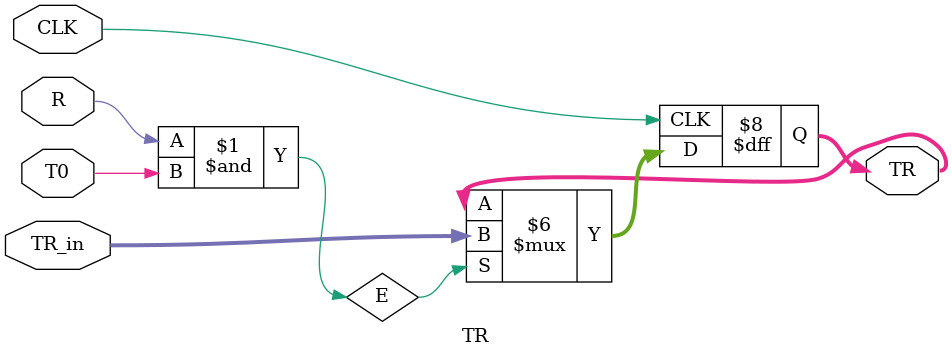
<source format=v>
`timescale 1ns / 1ps


module TR(
input R    ,
input T0   ,
input CLK  ,
input [7:0] TR_in  ,
output reg [7:0] TR   );

wire E ;
assign E  = R & T0 ;

initial begin 
TR = 8'h00 ;
end

always @(posedge CLK )
begin
if (E == 1)
     begin
 TR <=  TR_in  ;  // Load Data
     end 
else 
     begin
 TR <= TR     ;  // Hold Data
     end 
end

endmodule

</source>
